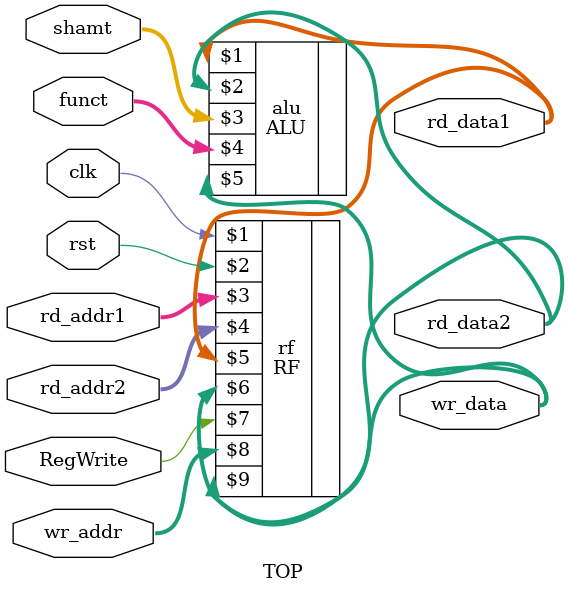
<source format=v>
`timescale 1ns / 100ps

module TOP(
    input clk,
    input rst,
    
    // Read-related ports
    input [4:0] rd_addr1,
    input [4:0] rd_addr2,
    
    // Write-related ports
    input RegWrite,
    input [4:0] wr_addr,
    
    // ALU ctrl and output
    input [4:0] shamt,
    input [3:0] funct,
    output [31:0] rd_data1,
    output [31:0] rd_data2,
    output [31:0] wr_data
    );
    
	// FIXME
	// Instantiate modules and connect them!
    ALU alu(rd_data1, rd_data2, shamt, funct, wr_data);
    RF rf(clk, rst, rd_addr1, rd_addr2, rd_data1, rd_data2, RegWrite, wr_addr, wr_data);
    
endmodule

</source>
